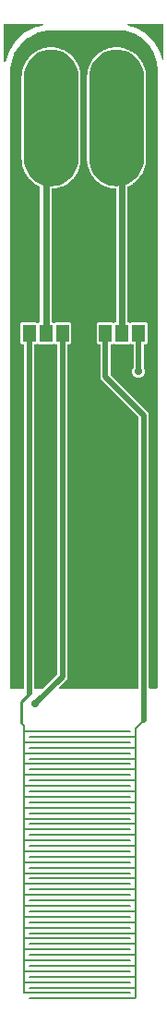
<source format=gbr>
G04 EAGLE Gerber RS-274X export*
G75*
%MOMM*%
%FSLAX34Y34*%
%LPD*%
%INTop Copper*%
%IPPOS*%
%AMOC8*
5,1,8,0,0,1.08239X$1,22.5*%
G01*
%ADD10R,1.168400X1.600200*%
%ADD11R,1.000000X1.000000*%
%ADD12C,0.609600*%
%ADD13C,0.200000*%
%ADD14C,0.508000*%
%ADD15C,0.254000*%
%ADD16C,0.203200*%
%ADD17C,0.711200*%

G36*
X14444Y289255D02*
X14444Y289255D01*
X14469Y289252D01*
X14564Y289275D01*
X14661Y289290D01*
X14682Y289302D01*
X14706Y289308D01*
X14790Y289359D01*
X14876Y289405D01*
X14893Y289423D01*
X14914Y289436D01*
X14976Y289512D01*
X15043Y289584D01*
X15053Y289606D01*
X15069Y289625D01*
X15103Y289716D01*
X15144Y289806D01*
X15146Y289830D01*
X15155Y289853D01*
X15169Y290000D01*
X15169Y604199D01*
X15165Y604223D01*
X15168Y604248D01*
X15146Y604343D01*
X15130Y604440D01*
X15118Y604461D01*
X15112Y604485D01*
X15061Y604569D01*
X15015Y604655D01*
X14997Y604672D01*
X14984Y604693D01*
X14908Y604755D01*
X14837Y604822D01*
X14814Y604832D01*
X14795Y604848D01*
X14704Y604882D01*
X14614Y604923D01*
X14590Y604925D01*
X14567Y604934D01*
X14420Y604948D01*
X13069Y604948D01*
X11867Y606150D01*
X11867Y623850D01*
X13069Y625052D01*
X26451Y625052D01*
X26850Y624653D01*
X26870Y624639D01*
X26886Y624620D01*
X26969Y624568D01*
X27049Y624511D01*
X27072Y624504D01*
X27093Y624491D01*
X27188Y624468D01*
X27282Y624440D01*
X27306Y624441D01*
X27330Y624435D01*
X27428Y624445D01*
X27526Y624448D01*
X27549Y624456D01*
X27573Y624459D01*
X27663Y624499D01*
X27754Y624534D01*
X27773Y624549D01*
X27796Y624559D01*
X27910Y624653D01*
X28309Y625052D01*
X29152Y625052D01*
X29176Y625056D01*
X29201Y625053D01*
X29296Y625075D01*
X29393Y625091D01*
X29414Y625103D01*
X29438Y625109D01*
X29522Y625160D01*
X29608Y625206D01*
X29625Y625224D01*
X29646Y625237D01*
X29708Y625313D01*
X29775Y625384D01*
X29785Y625407D01*
X29801Y625426D01*
X29835Y625517D01*
X29876Y625607D01*
X29878Y625631D01*
X29887Y625654D01*
X29901Y625801D01*
X29901Y749122D01*
X29888Y749203D01*
X29883Y749285D01*
X29868Y749322D01*
X29862Y749362D01*
X29823Y749435D01*
X29792Y749511D01*
X29766Y749542D01*
X29747Y749578D01*
X29687Y749634D01*
X29633Y749696D01*
X29586Y749728D01*
X29569Y749744D01*
X29549Y749753D01*
X29511Y749779D01*
X28807Y750163D01*
X28784Y750171D01*
X28710Y750208D01*
X28095Y750437D01*
X28095Y750438D01*
X28048Y750493D01*
X28023Y750533D01*
X28016Y750538D01*
X28000Y750562D01*
X27965Y750589D01*
X27936Y750623D01*
X27814Y750706D01*
X26319Y751522D01*
X26277Y751537D01*
X26239Y751560D01*
X26163Y751577D01*
X26089Y751603D01*
X26044Y751603D01*
X26001Y751613D01*
X25945Y751610D01*
X25415Y752007D01*
X25394Y752018D01*
X25325Y752065D01*
X24749Y752379D01*
X24749Y752380D01*
X24707Y752446D01*
X24673Y752516D01*
X24642Y752548D01*
X24618Y752586D01*
X24509Y752685D01*
X23146Y753706D01*
X23106Y753727D01*
X23072Y753755D01*
X22999Y753782D01*
X22929Y753819D01*
X22885Y753825D01*
X22844Y753841D01*
X22788Y753846D01*
X22320Y754315D01*
X22300Y754329D01*
X22239Y754385D01*
X21714Y754778D01*
X21714Y754779D01*
X21681Y754850D01*
X21658Y754925D01*
X21631Y754960D01*
X21613Y755001D01*
X21519Y755115D01*
X20315Y756319D01*
X20279Y756345D01*
X20249Y756378D01*
X20181Y756416D01*
X20117Y756462D01*
X20074Y756475D01*
X20035Y756496D01*
X19981Y756509D01*
X19585Y757039D01*
X19567Y757056D01*
X19515Y757120D01*
X19050Y757584D01*
X19050Y757585D01*
X19029Y757660D01*
X19016Y757737D01*
X18995Y757776D01*
X18983Y757819D01*
X18906Y757946D01*
X17885Y759309D01*
X17853Y759340D01*
X17828Y759376D01*
X17766Y759424D01*
X17709Y759478D01*
X17669Y759497D01*
X17634Y759523D01*
X17582Y759544D01*
X17265Y760125D01*
X17250Y760145D01*
X17207Y760215D01*
X16813Y760741D01*
X16814Y760741D01*
X16803Y760819D01*
X16801Y760897D01*
X16786Y760939D01*
X16780Y760983D01*
X16722Y761119D01*
X15906Y762614D01*
X15879Y762649D01*
X15859Y762689D01*
X15804Y762745D01*
X15756Y762806D01*
X15718Y762831D01*
X15687Y762862D01*
X15639Y762890D01*
X15408Y763510D01*
X15396Y763531D01*
X15363Y763607D01*
X15049Y764184D01*
X15049Y764263D01*
X15059Y764340D01*
X15050Y764384D01*
X15050Y764428D01*
X15012Y764571D01*
X14417Y766167D01*
X14395Y766205D01*
X14381Y766248D01*
X14334Y766311D01*
X14296Y766379D01*
X14262Y766408D01*
X14236Y766444D01*
X14192Y766478D01*
X14051Y767125D01*
X14042Y767148D01*
X14021Y767228D01*
X13792Y767843D01*
X13804Y767921D01*
X13824Y767996D01*
X13821Y768041D01*
X13828Y768085D01*
X13811Y768231D01*
X13449Y769896D01*
X13432Y769937D01*
X13425Y769981D01*
X13388Y770050D01*
X13359Y770122D01*
X13330Y770156D01*
X13309Y770195D01*
X13270Y770236D01*
X13223Y770896D01*
X13218Y770920D01*
X13208Y771002D01*
X13068Y771643D01*
X13069Y771644D01*
X13091Y771719D01*
X13122Y771791D01*
X13126Y771835D01*
X13138Y771878D01*
X13142Y772025D01*
X13029Y773612D01*
X13012Y773681D01*
X13006Y773752D01*
X12984Y773799D01*
X12972Y773849D01*
X12949Y773886D01*
X12949Y774700D01*
X12946Y774718D01*
X12947Y774754D01*
X12890Y775555D01*
X12894Y775562D01*
X12910Y775631D01*
X12935Y775697D01*
X12942Y775775D01*
X12948Y775800D01*
X12946Y775815D01*
X12949Y775844D01*
X12949Y849156D01*
X12938Y849226D01*
X12936Y849297D01*
X12918Y849345D01*
X12910Y849396D01*
X12889Y849434D01*
X12947Y850246D01*
X12946Y850264D01*
X12949Y850300D01*
X12949Y851104D01*
X12954Y851110D01*
X12974Y851178D01*
X13004Y851242D01*
X13017Y851319D01*
X13024Y851343D01*
X13024Y851359D01*
X13029Y851388D01*
X13142Y852975D01*
X13138Y853019D01*
X13144Y853063D01*
X13127Y853140D01*
X13120Y853218D01*
X13102Y853258D01*
X13093Y853302D01*
X13067Y853351D01*
X13208Y853998D01*
X13209Y854022D01*
X13223Y854104D01*
X13270Y854759D01*
X13271Y854759D01*
X13313Y854825D01*
X13363Y854885D01*
X13379Y854927D01*
X13403Y854964D01*
X13449Y855104D01*
X13811Y856769D01*
X13813Y856813D01*
X13824Y856856D01*
X13819Y856934D01*
X13823Y857012D01*
X13811Y857055D01*
X13808Y857099D01*
X13790Y857152D01*
X14021Y857772D01*
X14026Y857796D01*
X14051Y857875D01*
X14191Y858516D01*
X14191Y858517D01*
X14243Y858576D01*
X14301Y858628D01*
X14323Y858667D01*
X14352Y858701D01*
X14417Y858833D01*
X15012Y860429D01*
X15021Y860472D01*
X15038Y860513D01*
X15044Y860592D01*
X15059Y860668D01*
X15053Y860712D01*
X15056Y860757D01*
X15046Y860811D01*
X15363Y861393D01*
X15371Y861416D01*
X15408Y861490D01*
X15637Y862105D01*
X15638Y862105D01*
X15697Y862156D01*
X15762Y862200D01*
X15789Y862235D01*
X15823Y862264D01*
X15906Y862386D01*
X16722Y863881D01*
X16737Y863923D01*
X16760Y863961D01*
X16777Y864037D01*
X16803Y864111D01*
X16803Y864156D01*
X16813Y864199D01*
X16810Y864255D01*
X17207Y864785D01*
X17218Y864806D01*
X17265Y864875D01*
X17579Y865451D01*
X17580Y865451D01*
X17646Y865493D01*
X17716Y865527D01*
X17748Y865558D01*
X17786Y865582D01*
X17885Y865691D01*
X18906Y867054D01*
X18927Y867094D01*
X18955Y867128D01*
X18982Y867201D01*
X19019Y867271D01*
X19025Y867315D01*
X19041Y867356D01*
X19046Y867412D01*
X19515Y867880D01*
X19529Y867900D01*
X19585Y867961D01*
X19978Y868486D01*
X19979Y868486D01*
X20050Y868519D01*
X20125Y868542D01*
X20160Y868569D01*
X20201Y868587D01*
X20315Y868681D01*
X21519Y869885D01*
X21545Y869921D01*
X21578Y869951D01*
X21616Y870019D01*
X21662Y870083D01*
X21675Y870126D01*
X21696Y870165D01*
X21709Y870219D01*
X22239Y870615D01*
X22256Y870633D01*
X22320Y870685D01*
X22784Y871150D01*
X22785Y871150D01*
X22860Y871171D01*
X22937Y871184D01*
X22976Y871205D01*
X23019Y871217D01*
X23146Y871294D01*
X24509Y872315D01*
X24516Y872321D01*
X24517Y872322D01*
X24537Y872344D01*
X24540Y872347D01*
X24576Y872372D01*
X24624Y872434D01*
X24678Y872491D01*
X24681Y872498D01*
X24683Y872500D01*
X24699Y872533D01*
X24723Y872566D01*
X24744Y872618D01*
X25325Y872935D01*
X25345Y872950D01*
X25415Y872993D01*
X25941Y873387D01*
X25941Y873386D01*
X26019Y873397D01*
X26097Y873399D01*
X26139Y873414D01*
X26183Y873420D01*
X26319Y873478D01*
X27814Y874294D01*
X27849Y874321D01*
X27889Y874341D01*
X27945Y874396D01*
X28006Y874444D01*
X28031Y874482D01*
X28062Y874513D01*
X28090Y874561D01*
X28710Y874792D01*
X28731Y874804D01*
X28807Y874837D01*
X29384Y875151D01*
X29463Y875151D01*
X29540Y875141D01*
X29584Y875150D01*
X29628Y875150D01*
X29771Y875188D01*
X31367Y875783D01*
X31405Y875805D01*
X31448Y875819D01*
X31510Y875865D01*
X31579Y875904D01*
X31608Y875938D01*
X31644Y875964D01*
X31678Y876008D01*
X32325Y876149D01*
X32348Y876158D01*
X32428Y876179D01*
X33043Y876408D01*
X33121Y876396D01*
X33196Y876376D01*
X33241Y876379D01*
X33285Y876372D01*
X33431Y876389D01*
X35096Y876751D01*
X35137Y876768D01*
X35181Y876775D01*
X35250Y876812D01*
X35322Y876841D01*
X35356Y876870D01*
X35395Y876891D01*
X35436Y876930D01*
X36096Y876977D01*
X36120Y876982D01*
X36202Y876992D01*
X36843Y877132D01*
X36844Y877131D01*
X36919Y877109D01*
X36991Y877078D01*
X37035Y877074D01*
X37078Y877062D01*
X37225Y877058D01*
X38924Y877179D01*
X38967Y877189D01*
X39012Y877191D01*
X39085Y877218D01*
X39161Y877236D01*
X39199Y877260D01*
X39241Y877275D01*
X39286Y877307D01*
X39947Y877260D01*
X39971Y877262D01*
X40053Y877260D01*
X40708Y877307D01*
X40709Y877306D01*
X40780Y877273D01*
X40847Y877232D01*
X40890Y877223D01*
X40930Y877204D01*
X41076Y877179D01*
X42775Y877058D01*
X42819Y877062D01*
X42863Y877056D01*
X42940Y877073D01*
X43018Y877080D01*
X43058Y877098D01*
X43102Y877107D01*
X43151Y877133D01*
X43798Y876992D01*
X43822Y876991D01*
X43904Y876977D01*
X44559Y876930D01*
X44625Y876887D01*
X44685Y876837D01*
X44727Y876821D01*
X44764Y876797D01*
X44904Y876751D01*
X46569Y876389D01*
X46613Y876387D01*
X46656Y876376D01*
X46734Y876381D01*
X46812Y876377D01*
X46855Y876389D01*
X46899Y876392D01*
X46952Y876410D01*
X47572Y876179D01*
X47596Y876174D01*
X47675Y876149D01*
X48317Y876009D01*
X48376Y875957D01*
X48428Y875899D01*
X48467Y875877D01*
X48501Y875848D01*
X48633Y875783D01*
X50229Y875188D01*
X50272Y875179D01*
X50313Y875162D01*
X50392Y875156D01*
X50468Y875141D01*
X50512Y875147D01*
X50557Y875144D01*
X50611Y875154D01*
X51193Y874837D01*
X51216Y874829D01*
X51290Y874792D01*
X51905Y874563D01*
X51905Y874562D01*
X51956Y874503D01*
X52000Y874438D01*
X52035Y874411D01*
X52064Y874377D01*
X52186Y874294D01*
X53681Y873478D01*
X53723Y873463D01*
X53761Y873440D01*
X53837Y873423D01*
X53911Y873397D01*
X53956Y873397D01*
X53999Y873387D01*
X54055Y873390D01*
X54585Y872993D01*
X54606Y872982D01*
X54675Y872935D01*
X55251Y872621D01*
X55251Y872620D01*
X55293Y872554D01*
X55327Y872484D01*
X55357Y872453D01*
X55376Y872423D01*
X55378Y872421D01*
X55382Y872414D01*
X55491Y872315D01*
X56854Y871294D01*
X56894Y871273D01*
X56928Y871245D01*
X57001Y871218D01*
X57071Y871181D01*
X57115Y871175D01*
X57156Y871159D01*
X57212Y871154D01*
X57680Y870685D01*
X57700Y870671D01*
X57761Y870615D01*
X58286Y870222D01*
X58286Y870221D01*
X58319Y870150D01*
X58342Y870075D01*
X58369Y870040D01*
X58387Y869999D01*
X58481Y869885D01*
X59685Y868681D01*
X59721Y868655D01*
X59751Y868622D01*
X59819Y868584D01*
X59883Y868538D01*
X59926Y868526D01*
X59965Y868504D01*
X60019Y868491D01*
X60415Y867961D01*
X60433Y867944D01*
X60443Y867927D01*
X60454Y867919D01*
X60485Y867880D01*
X60950Y867416D01*
X60950Y867415D01*
X60971Y867340D01*
X60984Y867263D01*
X61005Y867224D01*
X61017Y867181D01*
X61094Y867054D01*
X62115Y865691D01*
X62125Y865681D01*
X62126Y865680D01*
X62130Y865676D01*
X62147Y865660D01*
X62172Y865624D01*
X62234Y865576D01*
X62291Y865522D01*
X62331Y865503D01*
X62366Y865477D01*
X62418Y865456D01*
X62735Y864875D01*
X62750Y864855D01*
X62793Y864785D01*
X63187Y864259D01*
X63186Y864259D01*
X63197Y864181D01*
X63199Y864103D01*
X63214Y864061D01*
X63220Y864017D01*
X63278Y863881D01*
X64094Y862386D01*
X64121Y862351D01*
X64141Y862311D01*
X64196Y862255D01*
X64244Y862194D01*
X64282Y862169D01*
X64313Y862138D01*
X64361Y862110D01*
X64592Y861490D01*
X64604Y861469D01*
X64637Y861393D01*
X64951Y860816D01*
X64951Y860737D01*
X64941Y860660D01*
X64950Y860616D01*
X64950Y860572D01*
X64988Y860429D01*
X65583Y858833D01*
X65605Y858795D01*
X65619Y858752D01*
X65665Y858690D01*
X65704Y858621D01*
X65738Y858592D01*
X65764Y858556D01*
X65808Y858522D01*
X65949Y857875D01*
X65958Y857852D01*
X65979Y857772D01*
X66208Y857157D01*
X66196Y857079D01*
X66176Y857004D01*
X66179Y856959D01*
X66172Y856915D01*
X66189Y856769D01*
X66551Y855104D01*
X66568Y855063D01*
X66575Y855019D01*
X66612Y854950D01*
X66641Y854878D01*
X66670Y854844D01*
X66691Y854805D01*
X66730Y854764D01*
X66777Y854104D01*
X66782Y854080D01*
X66792Y853998D01*
X66932Y853357D01*
X66931Y853356D01*
X66909Y853281D01*
X66878Y853209D01*
X66874Y853165D01*
X66862Y853122D01*
X66858Y852975D01*
X66971Y851388D01*
X66988Y851319D01*
X66994Y851248D01*
X67016Y851201D01*
X67028Y851151D01*
X67051Y851114D01*
X67051Y850300D01*
X67054Y850282D01*
X67053Y850246D01*
X67110Y849445D01*
X67106Y849438D01*
X67090Y849369D01*
X67065Y849303D01*
X67058Y849225D01*
X67052Y849200D01*
X67054Y849185D01*
X67051Y849156D01*
X67051Y775844D01*
X67062Y775774D01*
X67064Y775703D01*
X67082Y775655D01*
X67090Y775604D01*
X67111Y775566D01*
X67053Y774754D01*
X67054Y774736D01*
X67051Y774700D01*
X67051Y773896D01*
X67046Y773890D01*
X67026Y773822D01*
X66996Y773758D01*
X66983Y773681D01*
X66976Y773657D01*
X66976Y773641D01*
X66971Y773612D01*
X66858Y772025D01*
X66862Y771981D01*
X66856Y771937D01*
X66873Y771860D01*
X66880Y771782D01*
X66898Y771742D01*
X66907Y771698D01*
X66933Y771649D01*
X66792Y771002D01*
X66791Y770978D01*
X66777Y770896D01*
X66730Y770241D01*
X66687Y770175D01*
X66637Y770115D01*
X66621Y770073D01*
X66597Y770036D01*
X66551Y769896D01*
X66189Y768231D01*
X66187Y768187D01*
X66176Y768144D01*
X66181Y768066D01*
X66177Y767988D01*
X66189Y767945D01*
X66192Y767901D01*
X66210Y767848D01*
X65979Y767228D01*
X65974Y767204D01*
X65949Y767125D01*
X65809Y766483D01*
X65757Y766424D01*
X65699Y766372D01*
X65677Y766333D01*
X65648Y766299D01*
X65583Y766167D01*
X64988Y764571D01*
X64979Y764528D01*
X64962Y764487D01*
X64956Y764408D01*
X64941Y764332D01*
X64947Y764288D01*
X64944Y764243D01*
X64954Y764189D01*
X64637Y763607D01*
X64629Y763584D01*
X64592Y763510D01*
X64363Y762895D01*
X64362Y762895D01*
X64303Y762844D01*
X64238Y762800D01*
X64211Y762765D01*
X64177Y762736D01*
X64094Y762614D01*
X63278Y761119D01*
X63263Y761077D01*
X63240Y761039D01*
X63223Y760963D01*
X63197Y760889D01*
X63197Y760844D01*
X63187Y760801D01*
X63190Y760745D01*
X62793Y760215D01*
X62787Y760204D01*
X62780Y760196D01*
X62773Y760181D01*
X62735Y760125D01*
X62421Y759549D01*
X62420Y759549D01*
X62354Y759507D01*
X62284Y759473D01*
X62252Y759442D01*
X62214Y759418D01*
X62115Y759309D01*
X61094Y757946D01*
X61073Y757906D01*
X61045Y757872D01*
X61018Y757799D01*
X60981Y757729D01*
X60975Y757685D01*
X60959Y757643D01*
X60954Y757588D01*
X60486Y757120D01*
X60471Y757100D01*
X60416Y757039D01*
X60022Y756514D01*
X60021Y756514D01*
X59950Y756481D01*
X59875Y756458D01*
X59840Y756431D01*
X59799Y756413D01*
X59685Y756319D01*
X58481Y755115D01*
X58455Y755079D01*
X58422Y755049D01*
X58384Y754981D01*
X58338Y754917D01*
X58325Y754874D01*
X58304Y754835D01*
X58291Y754781D01*
X57761Y754385D01*
X57758Y754382D01*
X57755Y754380D01*
X57739Y754363D01*
X57680Y754315D01*
X57216Y753850D01*
X57215Y753850D01*
X57140Y753829D01*
X57063Y753816D01*
X57024Y753795D01*
X56981Y753783D01*
X56854Y753706D01*
X55491Y752685D01*
X55460Y752653D01*
X55424Y752628D01*
X55376Y752566D01*
X55322Y752509D01*
X55303Y752469D01*
X55277Y752434D01*
X55256Y752382D01*
X54675Y752065D01*
X54655Y752050D01*
X54585Y752007D01*
X54059Y751613D01*
X54059Y751614D01*
X53981Y751603D01*
X53903Y751601D01*
X53861Y751586D01*
X53817Y751580D01*
X53681Y751522D01*
X52186Y750706D01*
X52151Y750679D01*
X52111Y750659D01*
X52087Y750635D01*
X52085Y750634D01*
X52075Y750623D01*
X52055Y750604D01*
X51994Y750556D01*
X51969Y750518D01*
X51938Y750487D01*
X51922Y750460D01*
X51918Y750456D01*
X51913Y750445D01*
X51910Y750439D01*
X51290Y750208D01*
X51269Y750196D01*
X51193Y750163D01*
X50616Y749849D01*
X50537Y749849D01*
X50460Y749859D01*
X50416Y749850D01*
X50372Y749850D01*
X50229Y749812D01*
X48633Y749217D01*
X48595Y749195D01*
X48552Y749181D01*
X48489Y749134D01*
X48421Y749096D01*
X48392Y749062D01*
X48356Y749036D01*
X48322Y748992D01*
X47675Y748851D01*
X47652Y748842D01*
X47572Y748821D01*
X46957Y748592D01*
X46879Y748604D01*
X46804Y748624D01*
X46759Y748621D01*
X46715Y748628D01*
X46569Y748611D01*
X44904Y748249D01*
X44863Y748232D01*
X44819Y748225D01*
X44750Y748188D01*
X44678Y748159D01*
X44644Y748130D01*
X44605Y748109D01*
X44564Y748070D01*
X43904Y748023D01*
X43880Y748018D01*
X43798Y748008D01*
X43157Y747868D01*
X43156Y747869D01*
X43081Y747891D01*
X43009Y747922D01*
X42965Y747926D01*
X42922Y747938D01*
X42775Y747942D01*
X41076Y747821D01*
X41033Y747811D01*
X40988Y747809D01*
X40915Y747782D01*
X40839Y747764D01*
X40801Y747740D01*
X40759Y747725D01*
X40664Y747658D01*
X40659Y747657D01*
X40612Y747636D01*
X40562Y747625D01*
X40501Y747587D01*
X40436Y747558D01*
X40398Y747523D01*
X40354Y747496D01*
X40309Y747441D01*
X40256Y747392D01*
X40232Y747347D01*
X40199Y747307D01*
X40174Y747241D01*
X40140Y747178D01*
X40131Y747127D01*
X40113Y747079D01*
X40100Y746944D01*
X40099Y746937D01*
X40099Y746935D01*
X40099Y746932D01*
X40099Y625801D01*
X40103Y625777D01*
X40100Y625752D01*
X40122Y625657D01*
X40138Y625560D01*
X40150Y625539D01*
X40156Y625515D01*
X40207Y625431D01*
X40253Y625345D01*
X40271Y625328D01*
X40284Y625307D01*
X40360Y625245D01*
X40431Y625178D01*
X40454Y625168D01*
X40473Y625152D01*
X40564Y625118D01*
X40654Y625077D01*
X40678Y625075D01*
X40701Y625066D01*
X40848Y625052D01*
X41691Y625052D01*
X42090Y624653D01*
X42110Y624639D01*
X42126Y624620D01*
X42209Y624568D01*
X42289Y624511D01*
X42312Y624504D01*
X42333Y624491D01*
X42428Y624468D01*
X42522Y624440D01*
X42546Y624441D01*
X42570Y624435D01*
X42668Y624445D01*
X42766Y624448D01*
X42789Y624456D01*
X42813Y624459D01*
X42903Y624499D01*
X42994Y624534D01*
X43013Y624549D01*
X43036Y624559D01*
X43150Y624653D01*
X43549Y625052D01*
X56931Y625052D01*
X58133Y623850D01*
X58133Y606150D01*
X56931Y604948D01*
X55580Y604948D01*
X55556Y604944D01*
X55531Y604947D01*
X55436Y604925D01*
X55339Y604909D01*
X55318Y604897D01*
X55294Y604891D01*
X55210Y604840D01*
X55124Y604794D01*
X55107Y604776D01*
X55086Y604763D01*
X55024Y604687D01*
X54957Y604616D01*
X54947Y604593D01*
X54931Y604574D01*
X54897Y604483D01*
X54856Y604393D01*
X54854Y604369D01*
X54845Y604346D01*
X54831Y604199D01*
X54831Y298338D01*
X47022Y290530D01*
X46979Y290470D01*
X46929Y290417D01*
X46909Y290372D01*
X46880Y290331D01*
X46859Y290261D01*
X46828Y290194D01*
X46823Y290145D01*
X46809Y290098D01*
X46811Y290025D01*
X46804Y289951D01*
X46815Y289903D01*
X46817Y289854D01*
X46843Y289785D01*
X46859Y289714D01*
X46885Y289672D01*
X46903Y289626D01*
X46949Y289569D01*
X46988Y289506D01*
X47026Y289475D01*
X47057Y289437D01*
X47120Y289398D01*
X47177Y289352D01*
X47223Y289334D01*
X47265Y289308D01*
X47336Y289291D01*
X47405Y289265D01*
X47478Y289258D01*
X47502Y289252D01*
X47519Y289254D01*
X47552Y289251D01*
X119660Y289251D01*
X119684Y289255D01*
X119709Y289252D01*
X119804Y289275D01*
X119901Y289290D01*
X119922Y289302D01*
X119946Y289308D01*
X120030Y289359D01*
X120116Y289405D01*
X120133Y289423D01*
X120154Y289436D01*
X120216Y289512D01*
X120283Y289584D01*
X120293Y289606D01*
X120309Y289625D01*
X120343Y289716D01*
X120384Y289806D01*
X120386Y289830D01*
X120395Y289853D01*
X120409Y290000D01*
X120409Y537788D01*
X120393Y537884D01*
X120384Y537981D01*
X120374Y538004D01*
X120370Y538029D01*
X120324Y538115D01*
X120283Y538204D01*
X120262Y538229D01*
X120255Y538244D01*
X120236Y538261D01*
X120190Y538318D01*
X85169Y573338D01*
X85169Y604199D01*
X85165Y604223D01*
X85168Y604248D01*
X85146Y604343D01*
X85130Y604440D01*
X85118Y604461D01*
X85112Y604485D01*
X85061Y604569D01*
X85015Y604655D01*
X84997Y604672D01*
X84984Y604693D01*
X84908Y604755D01*
X84837Y604822D01*
X84814Y604832D01*
X84795Y604848D01*
X84704Y604882D01*
X84614Y604923D01*
X84590Y604925D01*
X84567Y604934D01*
X84420Y604948D01*
X83069Y604948D01*
X81867Y606150D01*
X81867Y623850D01*
X83069Y625052D01*
X96451Y625052D01*
X96850Y624653D01*
X96870Y624639D01*
X96886Y624620D01*
X96969Y624568D01*
X97049Y624511D01*
X97072Y624504D01*
X97093Y624491D01*
X97188Y624468D01*
X97282Y624440D01*
X97306Y624441D01*
X97330Y624435D01*
X97428Y624445D01*
X97526Y624448D01*
X97549Y624456D01*
X97573Y624459D01*
X97663Y624499D01*
X97754Y624534D01*
X97773Y624549D01*
X97796Y624559D01*
X97910Y624653D01*
X98309Y625052D01*
X99152Y625052D01*
X99176Y625056D01*
X99201Y625053D01*
X99296Y625075D01*
X99393Y625091D01*
X99414Y625103D01*
X99438Y625109D01*
X99522Y625160D01*
X99608Y625206D01*
X99625Y625224D01*
X99646Y625237D01*
X99708Y625313D01*
X99775Y625384D01*
X99785Y625407D01*
X99801Y625426D01*
X99835Y625517D01*
X99876Y625607D01*
X99878Y625631D01*
X99887Y625654D01*
X99901Y625801D01*
X99901Y746932D01*
X99893Y746983D01*
X99894Y747034D01*
X99873Y747102D01*
X99862Y747173D01*
X99837Y747218D01*
X99822Y747267D01*
X99780Y747325D01*
X99747Y747388D01*
X99709Y747423D01*
X99679Y747465D01*
X99621Y747506D01*
X99569Y747555D01*
X99522Y747576D01*
X99480Y747606D01*
X99411Y747626D01*
X99346Y747656D01*
X99333Y747657D01*
X99324Y747663D01*
X99291Y747694D01*
X99220Y747727D01*
X99153Y747768D01*
X99110Y747777D01*
X99070Y747796D01*
X98924Y747821D01*
X97225Y747942D01*
X97181Y747938D01*
X97137Y747944D01*
X97060Y747927D01*
X96982Y747920D01*
X96942Y747902D01*
X96898Y747893D01*
X96849Y747867D01*
X96202Y748008D01*
X96178Y748009D01*
X96096Y748023D01*
X95441Y748070D01*
X95375Y748113D01*
X95315Y748163D01*
X95273Y748179D01*
X95236Y748203D01*
X95096Y748249D01*
X93431Y748611D01*
X93387Y748613D01*
X93344Y748624D01*
X93266Y748619D01*
X93188Y748623D01*
X93145Y748611D01*
X93101Y748608D01*
X93048Y748590D01*
X92428Y748821D01*
X92404Y748826D01*
X92325Y748851D01*
X91683Y748991D01*
X91624Y749043D01*
X91572Y749101D01*
X91533Y749123D01*
X91499Y749152D01*
X91367Y749217D01*
X89771Y749812D01*
X89728Y749821D01*
X89687Y749838D01*
X89608Y749844D01*
X89532Y749859D01*
X89488Y749853D01*
X89443Y749856D01*
X89389Y749846D01*
X88807Y750163D01*
X88784Y750171D01*
X88710Y750208D01*
X88095Y750437D01*
X88095Y750438D01*
X88048Y750493D01*
X88023Y750533D01*
X88016Y750538D01*
X88000Y750562D01*
X87965Y750589D01*
X87936Y750623D01*
X87814Y750706D01*
X86319Y751522D01*
X86277Y751537D01*
X86239Y751560D01*
X86163Y751577D01*
X86089Y751603D01*
X86044Y751603D01*
X86001Y751613D01*
X85945Y751610D01*
X85415Y752007D01*
X85394Y752018D01*
X85325Y752065D01*
X84749Y752379D01*
X84749Y752380D01*
X84707Y752446D01*
X84673Y752516D01*
X84642Y752548D01*
X84618Y752586D01*
X84509Y752685D01*
X83146Y753706D01*
X83106Y753727D01*
X83072Y753755D01*
X82999Y753782D01*
X82929Y753819D01*
X82885Y753825D01*
X82844Y753841D01*
X82788Y753846D01*
X82320Y754315D01*
X82300Y754329D01*
X82239Y754385D01*
X81714Y754778D01*
X81714Y754779D01*
X81681Y754850D01*
X81658Y754925D01*
X81631Y754960D01*
X81613Y755001D01*
X81519Y755115D01*
X80315Y756319D01*
X80279Y756345D01*
X80249Y756378D01*
X80181Y756416D01*
X80117Y756462D01*
X80074Y756474D01*
X80035Y756496D01*
X79981Y756509D01*
X79585Y757039D01*
X79567Y757056D01*
X79515Y757120D01*
X79050Y757584D01*
X79050Y757585D01*
X79029Y757660D01*
X79016Y757737D01*
X78995Y757776D01*
X78983Y757819D01*
X78906Y757946D01*
X77885Y759309D01*
X77853Y759340D01*
X77828Y759376D01*
X77766Y759424D01*
X77709Y759478D01*
X77669Y759497D01*
X77634Y759523D01*
X77582Y759544D01*
X77265Y760125D01*
X77250Y760145D01*
X77207Y760215D01*
X76813Y760741D01*
X76814Y760741D01*
X76803Y760819D01*
X76801Y760897D01*
X76786Y760939D01*
X76780Y760983D01*
X76722Y761119D01*
X75906Y762614D01*
X75879Y762649D01*
X75859Y762689D01*
X75804Y762745D01*
X75756Y762806D01*
X75718Y762831D01*
X75687Y762862D01*
X75639Y762890D01*
X75408Y763510D01*
X75396Y763531D01*
X75363Y763607D01*
X75049Y764184D01*
X75049Y764263D01*
X75059Y764340D01*
X75050Y764384D01*
X75050Y764428D01*
X75012Y764571D01*
X74417Y766167D01*
X74395Y766205D01*
X74381Y766248D01*
X74335Y766310D01*
X74296Y766379D01*
X74262Y766408D01*
X74236Y766444D01*
X74192Y766478D01*
X74051Y767125D01*
X74042Y767148D01*
X74021Y767228D01*
X73792Y767843D01*
X73804Y767921D01*
X73824Y767996D01*
X73821Y768041D01*
X73828Y768085D01*
X73811Y768231D01*
X73449Y769896D01*
X73432Y769937D01*
X73425Y769981D01*
X73388Y770050D01*
X73359Y770122D01*
X73330Y770156D01*
X73309Y770195D01*
X73270Y770236D01*
X73223Y770896D01*
X73218Y770920D01*
X73208Y771002D01*
X73068Y771643D01*
X73069Y771644D01*
X73091Y771719D01*
X73122Y771791D01*
X73126Y771835D01*
X73138Y771878D01*
X73142Y772025D01*
X73029Y773612D01*
X73012Y773681D01*
X73006Y773752D01*
X72984Y773799D01*
X72972Y773849D01*
X72949Y773886D01*
X72949Y774700D01*
X72946Y774718D01*
X72947Y774754D01*
X72890Y775555D01*
X72894Y775562D01*
X72910Y775631D01*
X72935Y775697D01*
X72942Y775775D01*
X72948Y775800D01*
X72946Y775815D01*
X72949Y775844D01*
X72949Y849156D01*
X72938Y849226D01*
X72936Y849297D01*
X72918Y849345D01*
X72910Y849396D01*
X72889Y849434D01*
X72947Y850246D01*
X72946Y850264D01*
X72949Y850300D01*
X72949Y851104D01*
X72954Y851110D01*
X72974Y851178D01*
X73004Y851242D01*
X73017Y851320D01*
X73024Y851343D01*
X73024Y851359D01*
X73029Y851388D01*
X73142Y852975D01*
X73138Y853019D01*
X73144Y853063D01*
X73127Y853140D01*
X73120Y853218D01*
X73102Y853258D01*
X73093Y853302D01*
X73067Y853351D01*
X73208Y853998D01*
X73209Y854022D01*
X73223Y854104D01*
X73270Y854759D01*
X73271Y854759D01*
X73313Y854825D01*
X73363Y854885D01*
X73379Y854927D01*
X73403Y854964D01*
X73449Y855104D01*
X73811Y856769D01*
X73813Y856813D01*
X73824Y856856D01*
X73819Y856934D01*
X73823Y857012D01*
X73811Y857055D01*
X73808Y857099D01*
X73790Y857152D01*
X74021Y857772D01*
X74026Y857796D01*
X74051Y857875D01*
X74191Y858516D01*
X74191Y858517D01*
X74243Y858576D01*
X74301Y858628D01*
X74323Y858667D01*
X74352Y858701D01*
X74417Y858833D01*
X75012Y860429D01*
X75021Y860472D01*
X75038Y860513D01*
X75044Y860592D01*
X75059Y860668D01*
X75053Y860712D01*
X75056Y860757D01*
X75046Y860811D01*
X75363Y861393D01*
X75371Y861416D01*
X75408Y861490D01*
X75637Y862105D01*
X75638Y862105D01*
X75697Y862156D01*
X75762Y862200D01*
X75789Y862235D01*
X75823Y862264D01*
X75906Y862386D01*
X76722Y863881D01*
X76737Y863923D01*
X76760Y863961D01*
X76777Y864037D01*
X76803Y864111D01*
X76803Y864156D01*
X76813Y864199D01*
X76810Y864255D01*
X77207Y864785D01*
X77218Y864806D01*
X77265Y864875D01*
X77579Y865451D01*
X77580Y865451D01*
X77646Y865493D01*
X77716Y865527D01*
X77748Y865558D01*
X77786Y865582D01*
X77885Y865691D01*
X78906Y867054D01*
X78927Y867094D01*
X78955Y867128D01*
X78982Y867201D01*
X79019Y867271D01*
X79025Y867315D01*
X79041Y867356D01*
X79046Y867412D01*
X79515Y867880D01*
X79529Y867900D01*
X79585Y867961D01*
X79978Y868486D01*
X79979Y868486D01*
X80050Y868519D01*
X80125Y868542D01*
X80160Y868569D01*
X80201Y868587D01*
X80315Y868681D01*
X81519Y869885D01*
X81545Y869921D01*
X81578Y869951D01*
X81616Y870019D01*
X81662Y870083D01*
X81675Y870126D01*
X81696Y870165D01*
X81709Y870219D01*
X82239Y870615D01*
X82256Y870633D01*
X82320Y870685D01*
X82784Y871150D01*
X82785Y871150D01*
X82860Y871171D01*
X82937Y871184D01*
X82976Y871205D01*
X83019Y871217D01*
X83146Y871294D01*
X84509Y872315D01*
X84516Y872321D01*
X84517Y872322D01*
X84537Y872344D01*
X84540Y872347D01*
X84576Y872372D01*
X84624Y872434D01*
X84678Y872491D01*
X84681Y872498D01*
X84683Y872500D01*
X84699Y872533D01*
X84723Y872566D01*
X84744Y872618D01*
X85325Y872935D01*
X85345Y872950D01*
X85415Y872993D01*
X85941Y873387D01*
X85941Y873386D01*
X86019Y873397D01*
X86097Y873399D01*
X86139Y873414D01*
X86183Y873420D01*
X86319Y873478D01*
X87814Y874294D01*
X87849Y874321D01*
X87889Y874341D01*
X87945Y874396D01*
X88006Y874444D01*
X88031Y874482D01*
X88062Y874513D01*
X88090Y874561D01*
X88710Y874792D01*
X88731Y874804D01*
X88807Y874837D01*
X89384Y875151D01*
X89463Y875151D01*
X89540Y875141D01*
X89584Y875150D01*
X89628Y875150D01*
X89771Y875188D01*
X91367Y875783D01*
X91405Y875805D01*
X91448Y875819D01*
X91511Y875866D01*
X91579Y875904D01*
X91608Y875938D01*
X91644Y875964D01*
X91678Y876008D01*
X92325Y876149D01*
X92348Y876158D01*
X92428Y876179D01*
X93043Y876408D01*
X93121Y876396D01*
X93196Y876376D01*
X93241Y876379D01*
X93285Y876372D01*
X93431Y876389D01*
X95096Y876751D01*
X95137Y876768D01*
X95181Y876775D01*
X95250Y876812D01*
X95322Y876841D01*
X95356Y876870D01*
X95395Y876891D01*
X95436Y876930D01*
X96096Y876977D01*
X96120Y876982D01*
X96202Y876992D01*
X96843Y877132D01*
X96844Y877131D01*
X96919Y877109D01*
X96991Y877078D01*
X97035Y877074D01*
X97078Y877062D01*
X97225Y877058D01*
X98924Y877179D01*
X98967Y877189D01*
X99012Y877191D01*
X99085Y877218D01*
X99161Y877236D01*
X99199Y877260D01*
X99241Y877275D01*
X99286Y877307D01*
X99947Y877260D01*
X99971Y877262D01*
X100053Y877260D01*
X100708Y877307D01*
X100709Y877306D01*
X100780Y877273D01*
X100847Y877232D01*
X100890Y877223D01*
X100930Y877204D01*
X101076Y877179D01*
X102775Y877058D01*
X102819Y877062D01*
X102863Y877056D01*
X102940Y877073D01*
X103018Y877080D01*
X103058Y877098D01*
X103102Y877107D01*
X103151Y877133D01*
X103798Y876992D01*
X103822Y876991D01*
X103904Y876977D01*
X104559Y876930D01*
X104559Y876929D01*
X104625Y876887D01*
X104685Y876837D01*
X104727Y876821D01*
X104764Y876797D01*
X104904Y876751D01*
X106569Y876389D01*
X106613Y876387D01*
X106656Y876376D01*
X106734Y876381D01*
X106812Y876377D01*
X106855Y876389D01*
X106899Y876392D01*
X106952Y876410D01*
X107572Y876179D01*
X107596Y876174D01*
X107675Y876149D01*
X108316Y876009D01*
X108317Y876009D01*
X108376Y875957D01*
X108428Y875899D01*
X108467Y875877D01*
X108501Y875848D01*
X108633Y875783D01*
X110229Y875188D01*
X110272Y875179D01*
X110313Y875162D01*
X110392Y875156D01*
X110468Y875141D01*
X110512Y875147D01*
X110557Y875144D01*
X110611Y875154D01*
X111193Y874837D01*
X111216Y874829D01*
X111290Y874792D01*
X111905Y874563D01*
X111905Y874562D01*
X111956Y874503D01*
X112000Y874438D01*
X112035Y874411D01*
X112064Y874377D01*
X112186Y874294D01*
X113681Y873478D01*
X113723Y873463D01*
X113761Y873440D01*
X113837Y873423D01*
X113911Y873397D01*
X113956Y873397D01*
X113999Y873387D01*
X114055Y873390D01*
X114585Y872993D01*
X114606Y872982D01*
X114675Y872935D01*
X115251Y872621D01*
X115251Y872620D01*
X115293Y872554D01*
X115327Y872484D01*
X115357Y872453D01*
X115376Y872423D01*
X115378Y872421D01*
X115382Y872414D01*
X115491Y872315D01*
X116854Y871294D01*
X116894Y871273D01*
X116928Y871245D01*
X117001Y871218D01*
X117071Y871181D01*
X117115Y871175D01*
X117156Y871159D01*
X117212Y871154D01*
X117680Y870685D01*
X117700Y870671D01*
X117761Y870615D01*
X118286Y870222D01*
X118286Y870221D01*
X118319Y870150D01*
X118342Y870075D01*
X118369Y870040D01*
X118387Y869999D01*
X118481Y869885D01*
X119685Y868681D01*
X119721Y868655D01*
X119751Y868622D01*
X119819Y868584D01*
X119883Y868538D01*
X119926Y868525D01*
X119965Y868504D01*
X120019Y868491D01*
X120415Y867961D01*
X120433Y867944D01*
X120443Y867927D01*
X120454Y867919D01*
X120485Y867880D01*
X120950Y867416D01*
X120950Y867415D01*
X120971Y867340D01*
X120984Y867263D01*
X121005Y867224D01*
X121017Y867181D01*
X121094Y867054D01*
X122115Y865691D01*
X122125Y865681D01*
X122126Y865680D01*
X122130Y865676D01*
X122147Y865660D01*
X122172Y865624D01*
X122234Y865576D01*
X122291Y865522D01*
X122331Y865503D01*
X122366Y865477D01*
X122418Y865456D01*
X122735Y864875D01*
X122750Y864855D01*
X122793Y864785D01*
X123187Y864259D01*
X123186Y864259D01*
X123197Y864181D01*
X123199Y864103D01*
X123214Y864061D01*
X123220Y864017D01*
X123278Y863881D01*
X124094Y862386D01*
X124121Y862351D01*
X124141Y862311D01*
X124196Y862255D01*
X124244Y862194D01*
X124282Y862169D01*
X124313Y862138D01*
X124361Y862110D01*
X124592Y861490D01*
X124604Y861469D01*
X124637Y861393D01*
X124951Y860816D01*
X124951Y860737D01*
X124941Y860660D01*
X124950Y860616D01*
X124950Y860572D01*
X124988Y860429D01*
X125583Y858833D01*
X125605Y858795D01*
X125619Y858752D01*
X125665Y858690D01*
X125704Y858621D01*
X125738Y858592D01*
X125764Y858556D01*
X125808Y858522D01*
X125949Y857875D01*
X125958Y857852D01*
X125979Y857772D01*
X126208Y857157D01*
X126196Y857079D01*
X126176Y857004D01*
X126179Y856959D01*
X126172Y856915D01*
X126189Y856769D01*
X126551Y855104D01*
X126568Y855063D01*
X126575Y855019D01*
X126612Y854950D01*
X126641Y854878D01*
X126670Y854844D01*
X126691Y854805D01*
X126730Y854764D01*
X126777Y854104D01*
X126782Y854080D01*
X126792Y853998D01*
X126932Y853357D01*
X126931Y853356D01*
X126909Y853281D01*
X126878Y853209D01*
X126874Y853165D01*
X126862Y853122D01*
X126858Y852975D01*
X126971Y851388D01*
X126988Y851319D01*
X126994Y851248D01*
X127016Y851201D01*
X127028Y851151D01*
X127051Y851114D01*
X127051Y850300D01*
X127054Y850282D01*
X127053Y850246D01*
X127110Y849445D01*
X127106Y849438D01*
X127090Y849369D01*
X127065Y849303D01*
X127058Y849225D01*
X127052Y849200D01*
X127054Y849185D01*
X127051Y849156D01*
X127051Y775844D01*
X127062Y775774D01*
X127064Y775703D01*
X127082Y775655D01*
X127090Y775604D01*
X127111Y775566D01*
X127053Y774754D01*
X127054Y774736D01*
X127051Y774700D01*
X127051Y773896D01*
X127046Y773890D01*
X127026Y773822D01*
X126996Y773758D01*
X126983Y773681D01*
X126976Y773657D01*
X126976Y773641D01*
X126971Y773612D01*
X126858Y772025D01*
X126862Y771981D01*
X126856Y771937D01*
X126873Y771860D01*
X126880Y771782D01*
X126898Y771742D01*
X126907Y771698D01*
X126933Y771649D01*
X126792Y771002D01*
X126791Y770978D01*
X126777Y770896D01*
X126730Y770241D01*
X126729Y770241D01*
X126687Y770175D01*
X126637Y770115D01*
X126621Y770073D01*
X126597Y770036D01*
X126551Y769896D01*
X126189Y768231D01*
X126187Y768187D01*
X126176Y768144D01*
X126181Y768066D01*
X126177Y767988D01*
X126189Y767945D01*
X126192Y767901D01*
X126210Y767848D01*
X125979Y767228D01*
X125974Y767204D01*
X125949Y767125D01*
X125809Y766483D01*
X125757Y766424D01*
X125699Y766372D01*
X125677Y766333D01*
X125648Y766299D01*
X125583Y766167D01*
X124988Y764571D01*
X124979Y764528D01*
X124962Y764487D01*
X124956Y764408D01*
X124941Y764332D01*
X124947Y764288D01*
X124944Y764243D01*
X124954Y764189D01*
X124637Y763607D01*
X124629Y763584D01*
X124592Y763510D01*
X124363Y762895D01*
X124362Y762895D01*
X124303Y762844D01*
X124238Y762800D01*
X124211Y762765D01*
X124177Y762736D01*
X124094Y762614D01*
X123278Y761119D01*
X123263Y761077D01*
X123240Y761039D01*
X123223Y760963D01*
X123197Y760889D01*
X123197Y760844D01*
X123187Y760801D01*
X123190Y760745D01*
X122793Y760215D01*
X122787Y760204D01*
X122780Y760196D01*
X122773Y760181D01*
X122735Y760125D01*
X122421Y759549D01*
X122420Y759549D01*
X122354Y759507D01*
X122284Y759473D01*
X122252Y759442D01*
X122214Y759418D01*
X122115Y759309D01*
X121094Y757946D01*
X121073Y757906D01*
X121045Y757872D01*
X121018Y757798D01*
X120981Y757729D01*
X120975Y757685D01*
X120959Y757644D01*
X120954Y757588D01*
X120485Y757120D01*
X120471Y757100D01*
X120415Y757039D01*
X120022Y756514D01*
X120021Y756514D01*
X119950Y756481D01*
X119875Y756458D01*
X119840Y756431D01*
X119799Y756413D01*
X119685Y756319D01*
X118481Y755115D01*
X118455Y755079D01*
X118422Y755049D01*
X118384Y754981D01*
X118338Y754917D01*
X118326Y754874D01*
X118304Y754835D01*
X118291Y754781D01*
X117761Y754385D01*
X117758Y754382D01*
X117755Y754380D01*
X117739Y754363D01*
X117680Y754315D01*
X117216Y753850D01*
X117215Y753850D01*
X117140Y753829D01*
X117063Y753816D01*
X117024Y753795D01*
X116981Y753783D01*
X116854Y753706D01*
X115491Y752685D01*
X115460Y752653D01*
X115424Y752628D01*
X115376Y752566D01*
X115322Y752509D01*
X115303Y752469D01*
X115277Y752434D01*
X115256Y752382D01*
X114675Y752065D01*
X114655Y752050D01*
X114585Y752007D01*
X114059Y751613D01*
X114059Y751614D01*
X113981Y751603D01*
X113903Y751601D01*
X113861Y751586D01*
X113817Y751580D01*
X113681Y751522D01*
X112186Y750706D01*
X112151Y750679D01*
X112111Y750659D01*
X112087Y750635D01*
X112085Y750634D01*
X112075Y750623D01*
X112055Y750604D01*
X111994Y750556D01*
X111969Y750518D01*
X111938Y750487D01*
X111922Y750460D01*
X111918Y750456D01*
X111913Y750445D01*
X111910Y750439D01*
X111290Y750208D01*
X111268Y750196D01*
X111193Y750163D01*
X110489Y749779D01*
X110424Y749729D01*
X110354Y749685D01*
X110329Y749654D01*
X110297Y749629D01*
X110252Y749560D01*
X110199Y749497D01*
X110185Y749459D01*
X110163Y749425D01*
X110142Y749345D01*
X110113Y749269D01*
X110108Y749211D01*
X110102Y749189D01*
X110103Y749168D01*
X110099Y749122D01*
X110099Y625801D01*
X110103Y625777D01*
X110100Y625752D01*
X110122Y625657D01*
X110138Y625560D01*
X110150Y625539D01*
X110156Y625515D01*
X110207Y625431D01*
X110253Y625345D01*
X110271Y625328D01*
X110284Y625307D01*
X110360Y625245D01*
X110431Y625178D01*
X110454Y625168D01*
X110473Y625152D01*
X110564Y625118D01*
X110654Y625077D01*
X110678Y625075D01*
X110701Y625066D01*
X110848Y625052D01*
X111691Y625052D01*
X112090Y624653D01*
X112110Y624639D01*
X112126Y624620D01*
X112209Y624568D01*
X112289Y624511D01*
X112312Y624504D01*
X112333Y624491D01*
X112428Y624468D01*
X112522Y624440D01*
X112546Y624441D01*
X112570Y624435D01*
X112668Y624445D01*
X112766Y624448D01*
X112789Y624456D01*
X112813Y624459D01*
X112903Y624499D01*
X112994Y624534D01*
X113013Y624549D01*
X113036Y624559D01*
X113150Y624653D01*
X113549Y625052D01*
X126931Y625052D01*
X128133Y623850D01*
X128133Y606150D01*
X126931Y604948D01*
X125580Y604948D01*
X125556Y604944D01*
X125531Y604947D01*
X125436Y604925D01*
X125339Y604909D01*
X125318Y604897D01*
X125294Y604891D01*
X125210Y604840D01*
X125124Y604794D01*
X125107Y604776D01*
X125086Y604763D01*
X125024Y604687D01*
X124957Y604616D01*
X124947Y604593D01*
X124931Y604574D01*
X124897Y604483D01*
X124856Y604393D01*
X124854Y604369D01*
X124845Y604346D01*
X124831Y604199D01*
X124831Y583138D01*
X124843Y583065D01*
X124845Y582992D01*
X124866Y582922D01*
X124870Y582897D01*
X124878Y582882D01*
X124888Y582851D01*
X125607Y581115D01*
X125607Y578885D01*
X124753Y576824D01*
X123176Y575247D01*
X121115Y574393D01*
X118885Y574393D01*
X116824Y575247D01*
X115247Y576824D01*
X114393Y578885D01*
X114393Y581115D01*
X115247Y583176D01*
X115430Y583359D01*
X115487Y583438D01*
X115549Y583514D01*
X115557Y583537D01*
X115572Y583557D01*
X115600Y583651D01*
X115635Y583742D01*
X115638Y583775D01*
X115643Y583791D01*
X115642Y583816D01*
X115649Y583889D01*
X115649Y604199D01*
X115645Y604223D01*
X115648Y604248D01*
X115626Y604343D01*
X115610Y604440D01*
X115598Y604461D01*
X115592Y604485D01*
X115541Y604569D01*
X115495Y604655D01*
X115477Y604672D01*
X115464Y604693D01*
X115388Y604755D01*
X115317Y604822D01*
X115294Y604832D01*
X115275Y604848D01*
X115184Y604882D01*
X115094Y604923D01*
X115070Y604925D01*
X115047Y604934D01*
X114900Y604948D01*
X113549Y604948D01*
X113150Y605347D01*
X113130Y605361D01*
X113114Y605380D01*
X113031Y605432D01*
X112951Y605489D01*
X112928Y605496D01*
X112907Y605509D01*
X112812Y605532D01*
X112718Y605560D01*
X112693Y605559D01*
X112670Y605565D01*
X112572Y605555D01*
X112474Y605552D01*
X112451Y605544D01*
X112427Y605541D01*
X112337Y605501D01*
X112246Y605466D01*
X112227Y605451D01*
X112204Y605441D01*
X112090Y605347D01*
X111691Y604948D01*
X98309Y604948D01*
X97910Y605347D01*
X97890Y605361D01*
X97874Y605380D01*
X97791Y605432D01*
X97711Y605489D01*
X97688Y605496D01*
X97667Y605509D01*
X97572Y605532D01*
X97478Y605560D01*
X97453Y605559D01*
X97430Y605565D01*
X97332Y605555D01*
X97234Y605552D01*
X97211Y605544D01*
X97187Y605541D01*
X97097Y605501D01*
X97006Y605466D01*
X96987Y605451D01*
X96964Y605441D01*
X96850Y605347D01*
X96451Y604948D01*
X95100Y604948D01*
X95076Y604944D01*
X95051Y604947D01*
X94956Y604925D01*
X94859Y604909D01*
X94838Y604897D01*
X94814Y604891D01*
X94730Y604840D01*
X94644Y604794D01*
X94627Y604776D01*
X94606Y604763D01*
X94544Y604687D01*
X94477Y604616D01*
X94467Y604593D01*
X94451Y604574D01*
X94417Y604483D01*
X94376Y604393D01*
X94374Y604369D01*
X94365Y604346D01*
X94351Y604199D01*
X94351Y577452D01*
X94367Y577356D01*
X94376Y577259D01*
X94386Y577236D01*
X94390Y577211D01*
X94436Y577125D01*
X94477Y577036D01*
X94498Y577011D01*
X94505Y576996D01*
X94524Y576979D01*
X94570Y576922D01*
X129591Y541902D01*
X129591Y290000D01*
X129595Y289976D01*
X129592Y289951D01*
X129614Y289856D01*
X129630Y289759D01*
X129642Y289738D01*
X129648Y289714D01*
X129699Y289630D01*
X129745Y289544D01*
X129763Y289527D01*
X129776Y289506D01*
X129852Y289444D01*
X129923Y289377D01*
X129946Y289367D01*
X129965Y289352D01*
X130056Y289317D01*
X130146Y289276D01*
X130170Y289274D01*
X130193Y289265D01*
X130340Y289251D01*
X136710Y289251D01*
X136734Y289255D01*
X136759Y289252D01*
X136854Y289275D01*
X136951Y289290D01*
X136972Y289302D01*
X136996Y289308D01*
X137080Y289359D01*
X137166Y289405D01*
X137183Y289423D01*
X137204Y289436D01*
X137266Y289512D01*
X137333Y289584D01*
X137343Y289606D01*
X137359Y289625D01*
X137393Y289716D01*
X137434Y289806D01*
X137436Y289830D01*
X137445Y289853D01*
X137459Y290000D01*
X137459Y858000D01*
X137457Y858016D01*
X137458Y858049D01*
X137165Y862514D01*
X137165Y862516D01*
X137141Y862659D01*
X134830Y871286D01*
X134820Y871308D01*
X134816Y871332D01*
X134755Y871466D01*
X130290Y879200D01*
X130274Y879219D01*
X130264Y879241D01*
X130170Y879356D01*
X123856Y885670D01*
X123836Y885685D01*
X123820Y885703D01*
X123700Y885790D01*
X115966Y890255D01*
X115943Y890263D01*
X115924Y890278D01*
X115786Y890330D01*
X107159Y892641D01*
X107158Y892641D01*
X107014Y892665D01*
X102549Y892958D01*
X102533Y892956D01*
X102500Y892959D01*
X43775Y892959D01*
X43695Y892946D01*
X43615Y892942D01*
X43576Y892926D01*
X43534Y892920D01*
X43515Y892910D01*
X42459Y892958D01*
X42447Y892957D01*
X42424Y892959D01*
X42167Y892959D01*
X42162Y892958D01*
X42153Y892959D01*
X37445Y892868D01*
X37444Y892868D01*
X37300Y892851D01*
X27768Y890763D01*
X27745Y890754D01*
X27721Y890751D01*
X27584Y890696D01*
X18918Y886212D01*
X18898Y886198D01*
X18876Y886189D01*
X18757Y886100D01*
X11547Y879526D01*
X11532Y879507D01*
X11512Y879493D01*
X11421Y879377D01*
X6157Y871160D01*
X6148Y871138D01*
X6133Y871119D01*
X6074Y870983D01*
X3117Y861684D01*
X3117Y861683D01*
X3086Y861541D01*
X2545Y856713D01*
X2547Y856689D01*
X2541Y856629D01*
X2541Y290000D01*
X2545Y289976D01*
X2542Y289951D01*
X2564Y289856D01*
X2580Y289759D01*
X2592Y289738D01*
X2598Y289714D01*
X2649Y289630D01*
X2695Y289544D01*
X2713Y289527D01*
X2726Y289506D01*
X2802Y289444D01*
X2873Y289377D01*
X2896Y289367D01*
X2915Y289352D01*
X3006Y289317D01*
X3096Y289276D01*
X3120Y289274D01*
X3143Y289265D01*
X3290Y289251D01*
X14420Y289251D01*
X14444Y289255D01*
G37*
G36*
X32544Y289267D02*
X32544Y289267D01*
X32641Y289276D01*
X32664Y289286D01*
X32689Y289290D01*
X32775Y289336D01*
X32864Y289377D01*
X32889Y289398D01*
X32904Y289405D01*
X32921Y289424D01*
X32978Y289470D01*
X45430Y301922D01*
X45487Y302001D01*
X45549Y302077D01*
X45557Y302100D01*
X45572Y302120D01*
X45600Y302214D01*
X45635Y302305D01*
X45638Y302338D01*
X45643Y302354D01*
X45642Y302379D01*
X45649Y302452D01*
X45649Y604199D01*
X45645Y604223D01*
X45648Y604248D01*
X45626Y604343D01*
X45610Y604440D01*
X45598Y604461D01*
X45592Y604485D01*
X45541Y604569D01*
X45495Y604655D01*
X45477Y604672D01*
X45464Y604693D01*
X45388Y604755D01*
X45317Y604822D01*
X45294Y604832D01*
X45275Y604848D01*
X45184Y604882D01*
X45094Y604923D01*
X45070Y604925D01*
X45047Y604934D01*
X44900Y604948D01*
X43549Y604948D01*
X43150Y605347D01*
X43130Y605361D01*
X43114Y605380D01*
X43031Y605432D01*
X42951Y605489D01*
X42928Y605496D01*
X42907Y605509D01*
X42812Y605532D01*
X42718Y605560D01*
X42693Y605559D01*
X42670Y605565D01*
X42572Y605555D01*
X42474Y605552D01*
X42451Y605544D01*
X42427Y605541D01*
X42337Y605501D01*
X42246Y605466D01*
X42227Y605451D01*
X42204Y605441D01*
X42090Y605347D01*
X41691Y604948D01*
X28309Y604948D01*
X27910Y605347D01*
X27890Y605361D01*
X27874Y605380D01*
X27791Y605432D01*
X27711Y605489D01*
X27688Y605496D01*
X27667Y605509D01*
X27572Y605532D01*
X27478Y605560D01*
X27453Y605559D01*
X27430Y605565D01*
X27332Y605555D01*
X27234Y605552D01*
X27211Y605544D01*
X27187Y605541D01*
X27097Y605501D01*
X27006Y605466D01*
X26987Y605451D01*
X26964Y605441D01*
X26850Y605347D01*
X26451Y604948D01*
X25100Y604948D01*
X25076Y604944D01*
X25051Y604947D01*
X24956Y604925D01*
X24859Y604909D01*
X24838Y604897D01*
X24814Y604891D01*
X24730Y604840D01*
X24644Y604794D01*
X24627Y604776D01*
X24606Y604763D01*
X24544Y604687D01*
X24477Y604616D01*
X24467Y604593D01*
X24451Y604574D01*
X24417Y604483D01*
X24376Y604393D01*
X24374Y604369D01*
X24365Y604346D01*
X24351Y604199D01*
X24351Y290000D01*
X24355Y289976D01*
X24352Y289951D01*
X24374Y289856D01*
X24390Y289759D01*
X24402Y289738D01*
X24408Y289714D01*
X24459Y289630D01*
X24505Y289544D01*
X24523Y289527D01*
X24536Y289506D01*
X24612Y289444D01*
X24683Y289377D01*
X24706Y289367D01*
X24725Y289352D01*
X24816Y289317D01*
X24906Y289276D01*
X24930Y289274D01*
X24953Y289265D01*
X25100Y289251D01*
X32448Y289251D01*
X32544Y289267D01*
G37*
G36*
X103558Y750050D02*
X103558Y750050D01*
X103559Y750050D01*
X107044Y750808D01*
X107045Y750808D01*
X110387Y752055D01*
X110388Y752055D01*
X113518Y753764D01*
X113519Y753765D01*
X116375Y755902D01*
X116375Y755903D01*
X118897Y758425D01*
X118898Y758425D01*
X121035Y761281D01*
X121035Y761282D01*
X121036Y761282D01*
X122745Y764412D01*
X122745Y764413D01*
X123992Y767755D01*
X123992Y767756D01*
X124750Y771241D01*
X124750Y771242D01*
X124751Y771242D01*
X124753Y771274D01*
X124754Y771289D01*
X124756Y771314D01*
X124757Y771329D01*
X124760Y771369D01*
X124762Y771408D01*
X124765Y771448D01*
X124768Y771488D01*
X124771Y771528D01*
X124772Y771543D01*
X124775Y771582D01*
X124778Y771622D01*
X124781Y771662D01*
X124783Y771702D01*
X124786Y771741D01*
X124787Y771756D01*
X124790Y771796D01*
X124793Y771836D01*
X124796Y771875D01*
X124796Y771876D01*
X124799Y771915D01*
X124802Y771955D01*
X124803Y771970D01*
X124805Y772010D01*
X124808Y772049D01*
X124811Y772089D01*
X124814Y772129D01*
X124817Y772169D01*
X124818Y772184D01*
X124821Y772223D01*
X124824Y772263D01*
X124826Y772303D01*
X124829Y772343D01*
X124832Y772382D01*
X124833Y772397D01*
X124836Y772437D01*
X124839Y772477D01*
X124842Y772516D01*
X124842Y772517D01*
X124845Y772556D01*
X124847Y772596D01*
X124848Y772611D01*
X124851Y772651D01*
X124854Y772690D01*
X124857Y772730D01*
X124860Y772770D01*
X124863Y772810D01*
X124864Y772825D01*
X124867Y772864D01*
X124869Y772904D01*
X124872Y772944D01*
X124875Y772984D01*
X124878Y773023D01*
X124879Y773038D01*
X124882Y773078D01*
X124885Y773118D01*
X124888Y773157D01*
X124890Y773197D01*
X124893Y773237D01*
X124894Y773252D01*
X124897Y773292D01*
X124900Y773331D01*
X124903Y773371D01*
X124906Y773411D01*
X124908Y773451D01*
X124909Y773451D01*
X124908Y773451D01*
X124910Y773466D01*
X124912Y773505D01*
X124915Y773545D01*
X124918Y773585D01*
X124921Y773624D01*
X124921Y773625D01*
X124924Y773664D01*
X124925Y773679D01*
X124928Y773719D01*
X124931Y773759D01*
X124933Y773798D01*
X124936Y773838D01*
X124939Y773878D01*
X124940Y773893D01*
X124943Y773933D01*
X124946Y773972D01*
X124949Y774012D01*
X124951Y774052D01*
X124952Y774052D01*
X124951Y774052D01*
X124954Y774092D01*
X124955Y774106D01*
X124955Y774107D01*
X124958Y774146D01*
X124961Y774186D01*
X124964Y774226D01*
X124967Y774265D01*
X124967Y774266D01*
X124970Y774305D01*
X124971Y774320D01*
X124974Y774360D01*
X124976Y774400D01*
X124979Y774439D01*
X124982Y774479D01*
X124985Y774519D01*
X124986Y774534D01*
X124989Y774574D01*
X124992Y774613D01*
X124994Y774653D01*
X124995Y774653D01*
X124994Y774653D01*
X124997Y774693D01*
X125000Y774733D01*
X125001Y774747D01*
X125004Y774787D01*
X125005Y774800D01*
X125005Y850200D01*
X124751Y853758D01*
X124750Y853759D01*
X123992Y857244D01*
X123992Y857245D01*
X122745Y860587D01*
X122745Y860588D01*
X121036Y863718D01*
X121035Y863719D01*
X118898Y866575D01*
X118897Y866575D01*
X116375Y869097D01*
X116375Y869098D01*
X113519Y871235D01*
X113518Y871236D01*
X110388Y872945D01*
X110387Y872945D01*
X107045Y874192D01*
X107044Y874192D01*
X103559Y874950D01*
X103558Y874950D01*
X103558Y874951D01*
X103525Y874953D01*
X103456Y874958D01*
X103386Y874963D01*
X103317Y874968D01*
X103247Y874973D01*
X103178Y874978D01*
X103108Y874983D01*
X103039Y874988D01*
X102969Y874993D01*
X102900Y874998D01*
X102830Y875003D01*
X102761Y875008D01*
X102691Y875013D01*
X102622Y875017D01*
X102553Y875022D01*
X102552Y875022D01*
X102483Y875027D01*
X102414Y875032D01*
X102413Y875032D01*
X102344Y875037D01*
X102275Y875042D01*
X102205Y875047D01*
X102136Y875052D01*
X102066Y875057D01*
X101997Y875062D01*
X101927Y875067D01*
X101858Y875072D01*
X101788Y875077D01*
X101719Y875082D01*
X101649Y875087D01*
X101580Y875092D01*
X101510Y875097D01*
X101441Y875102D01*
X101372Y875107D01*
X101371Y875107D01*
X101302Y875112D01*
X101233Y875117D01*
X101232Y875117D01*
X101163Y875122D01*
X101094Y875127D01*
X101024Y875132D01*
X100955Y875137D01*
X100885Y875142D01*
X100816Y875147D01*
X100746Y875152D01*
X100677Y875157D01*
X100607Y875162D01*
X100538Y875167D01*
X100468Y875172D01*
X100399Y875176D01*
X100329Y875181D01*
X100260Y875186D01*
X100190Y875191D01*
X100121Y875196D01*
X100052Y875201D01*
X100051Y875201D01*
X100000Y875205D01*
X99949Y875201D01*
X99948Y875201D01*
X99879Y875196D01*
X99810Y875191D01*
X99740Y875186D01*
X99671Y875181D01*
X99601Y875176D01*
X99532Y875172D01*
X99462Y875167D01*
X99393Y875162D01*
X99323Y875157D01*
X99254Y875152D01*
X99184Y875147D01*
X99115Y875142D01*
X99045Y875137D01*
X98976Y875132D01*
X98906Y875127D01*
X98837Y875122D01*
X98768Y875117D01*
X98767Y875117D01*
X98698Y875112D01*
X98629Y875107D01*
X98628Y875107D01*
X98559Y875102D01*
X98490Y875097D01*
X98420Y875092D01*
X98351Y875087D01*
X98281Y875082D01*
X98212Y875077D01*
X98142Y875072D01*
X98073Y875067D01*
X98003Y875062D01*
X97934Y875057D01*
X97864Y875052D01*
X97795Y875047D01*
X97725Y875042D01*
X97656Y875037D01*
X97587Y875032D01*
X97586Y875032D01*
X97517Y875027D01*
X97448Y875022D01*
X97447Y875022D01*
X97378Y875017D01*
X97309Y875013D01*
X97239Y875008D01*
X97170Y875003D01*
X97100Y874998D01*
X97031Y874993D01*
X96961Y874988D01*
X96892Y874983D01*
X96822Y874978D01*
X96753Y874973D01*
X96683Y874968D01*
X96614Y874963D01*
X96544Y874958D01*
X96475Y874953D01*
X96442Y874951D01*
X96441Y874950D01*
X92956Y874192D01*
X92955Y874192D01*
X89613Y872945D01*
X89612Y872945D01*
X86482Y871236D01*
X86481Y871235D01*
X83625Y869098D01*
X83625Y869097D01*
X81103Y866575D01*
X81102Y866575D01*
X78965Y863719D01*
X78964Y863718D01*
X77255Y860588D01*
X77255Y860587D01*
X76008Y857245D01*
X76008Y857244D01*
X75250Y853759D01*
X75250Y853758D01*
X75248Y853742D01*
X75246Y853702D01*
X75245Y853702D01*
X75246Y853702D01*
X75244Y853687D01*
X75243Y853662D01*
X75242Y853647D01*
X75239Y853608D01*
X75236Y853568D01*
X75233Y853528D01*
X75230Y853489D01*
X75230Y853488D01*
X75227Y853449D01*
X75226Y853434D01*
X75223Y853394D01*
X75221Y853354D01*
X75218Y853315D01*
X75215Y853275D01*
X75212Y853235D01*
X75211Y853220D01*
X75208Y853180D01*
X75205Y853141D01*
X75203Y853101D01*
X75202Y853101D01*
X75203Y853101D01*
X75200Y853061D01*
X75197Y853021D01*
X75196Y853007D01*
X75196Y853006D01*
X75193Y852967D01*
X75190Y852927D01*
X75187Y852887D01*
X75184Y852848D01*
X75184Y852847D01*
X75182Y852808D01*
X75180Y852793D01*
X75178Y852753D01*
X75175Y852713D01*
X75172Y852674D01*
X75169Y852634D01*
X75166Y852594D01*
X75165Y852579D01*
X75162Y852539D01*
X75160Y852500D01*
X75159Y852500D01*
X75160Y852500D01*
X75157Y852460D01*
X75154Y852420D01*
X75151Y852380D01*
X75150Y852366D01*
X75147Y852326D01*
X75144Y852286D01*
X75141Y852246D01*
X75139Y852207D01*
X75136Y852167D01*
X75135Y852152D01*
X75132Y852112D01*
X75129Y852072D01*
X75126Y852033D01*
X75123Y851993D01*
X75120Y851953D01*
X75119Y851938D01*
X75117Y851899D01*
X75116Y851898D01*
X75117Y851898D01*
X75114Y851859D01*
X75111Y851819D01*
X75108Y851779D01*
X75105Y851740D01*
X75105Y851739D01*
X75104Y851725D01*
X75101Y851685D01*
X75098Y851645D01*
X75096Y851605D01*
X75093Y851566D01*
X75090Y851526D01*
X75089Y851511D01*
X75086Y851471D01*
X75083Y851431D01*
X75080Y851392D01*
X75077Y851352D01*
X75075Y851312D01*
X75074Y851297D01*
X75073Y851297D01*
X75071Y851258D01*
X75071Y851257D01*
X75068Y851218D01*
X75065Y851178D01*
X75062Y851138D01*
X75059Y851099D01*
X75059Y851098D01*
X75058Y851084D01*
X75055Y851044D01*
X75053Y851004D01*
X75050Y850964D01*
X75047Y850925D01*
X75044Y850885D01*
X75043Y850870D01*
X75040Y850830D01*
X75037Y850790D01*
X75034Y850751D01*
X75032Y850711D01*
X75029Y850671D01*
X75028Y850656D01*
X75025Y850617D01*
X75022Y850577D01*
X75019Y850537D01*
X75016Y850497D01*
X75013Y850458D01*
X75012Y850443D01*
X75010Y850403D01*
X75007Y850363D01*
X75004Y850323D01*
X75001Y850284D01*
X74998Y850244D01*
X74997Y850229D01*
X74995Y850200D01*
X74995Y774800D01*
X75250Y771242D01*
X75250Y771241D01*
X76008Y767756D01*
X76008Y767755D01*
X77255Y764413D01*
X77255Y764412D01*
X78964Y761282D01*
X78965Y761281D01*
X81102Y758425D01*
X81103Y758425D01*
X83625Y755903D01*
X83625Y755902D01*
X86481Y753765D01*
X86482Y753765D01*
X86482Y753764D01*
X89612Y752055D01*
X89613Y752055D01*
X92955Y750808D01*
X92956Y750808D01*
X96441Y750050D01*
X96442Y750050D01*
X100000Y749795D01*
X103558Y750050D01*
G37*
G36*
X43558Y750050D02*
X43558Y750050D01*
X43559Y750050D01*
X47044Y750808D01*
X47045Y750808D01*
X50387Y752055D01*
X50388Y752055D01*
X53518Y753764D01*
X53519Y753765D01*
X56375Y755902D01*
X56375Y755903D01*
X58897Y758425D01*
X58898Y758425D01*
X61035Y761281D01*
X61035Y761282D01*
X61036Y761282D01*
X62745Y764412D01*
X62745Y764413D01*
X63992Y767755D01*
X63992Y767756D01*
X64750Y771241D01*
X64750Y771242D01*
X64751Y771242D01*
X64753Y771274D01*
X64754Y771289D01*
X64756Y771314D01*
X64757Y771329D01*
X64760Y771369D01*
X64762Y771408D01*
X64765Y771448D01*
X64768Y771488D01*
X64771Y771528D01*
X64772Y771543D01*
X64775Y771582D01*
X64778Y771622D01*
X64781Y771662D01*
X64783Y771702D01*
X64786Y771741D01*
X64787Y771756D01*
X64790Y771796D01*
X64793Y771836D01*
X64796Y771875D01*
X64796Y771876D01*
X64799Y771915D01*
X64802Y771955D01*
X64803Y771970D01*
X64805Y772010D01*
X64808Y772049D01*
X64811Y772089D01*
X64814Y772129D01*
X64817Y772169D01*
X64818Y772184D01*
X64821Y772223D01*
X64824Y772263D01*
X64826Y772303D01*
X64829Y772343D01*
X64832Y772382D01*
X64833Y772397D01*
X64836Y772437D01*
X64839Y772477D01*
X64842Y772516D01*
X64842Y772517D01*
X64845Y772556D01*
X64847Y772596D01*
X64848Y772611D01*
X64851Y772651D01*
X64854Y772690D01*
X64857Y772730D01*
X64860Y772770D01*
X64863Y772810D01*
X64864Y772825D01*
X64867Y772864D01*
X64869Y772904D01*
X64872Y772944D01*
X64875Y772984D01*
X64878Y773023D01*
X64879Y773038D01*
X64882Y773078D01*
X64885Y773118D01*
X64888Y773157D01*
X64890Y773197D01*
X64893Y773237D01*
X64894Y773252D01*
X64897Y773292D01*
X64900Y773331D01*
X64903Y773371D01*
X64906Y773411D01*
X64908Y773451D01*
X64909Y773451D01*
X64908Y773451D01*
X64910Y773466D01*
X64912Y773505D01*
X64915Y773545D01*
X64918Y773585D01*
X64921Y773624D01*
X64921Y773625D01*
X64924Y773664D01*
X64925Y773679D01*
X64928Y773719D01*
X64931Y773759D01*
X64933Y773798D01*
X64936Y773838D01*
X64939Y773878D01*
X64940Y773893D01*
X64943Y773933D01*
X64946Y773972D01*
X64949Y774012D01*
X64951Y774052D01*
X64952Y774052D01*
X64951Y774052D01*
X64954Y774092D01*
X64955Y774106D01*
X64955Y774107D01*
X64958Y774146D01*
X64961Y774186D01*
X64964Y774226D01*
X64967Y774265D01*
X64967Y774266D01*
X64970Y774305D01*
X64971Y774320D01*
X64974Y774360D01*
X64976Y774400D01*
X64979Y774439D01*
X64982Y774479D01*
X64985Y774519D01*
X64986Y774534D01*
X64989Y774574D01*
X64992Y774613D01*
X64994Y774653D01*
X64995Y774653D01*
X64994Y774653D01*
X64997Y774693D01*
X65000Y774733D01*
X65001Y774747D01*
X65004Y774787D01*
X65005Y774800D01*
X65005Y850200D01*
X64751Y853758D01*
X64750Y853759D01*
X63992Y857244D01*
X63992Y857245D01*
X62745Y860587D01*
X62745Y860588D01*
X61036Y863718D01*
X61035Y863719D01*
X58898Y866575D01*
X58897Y866575D01*
X56375Y869097D01*
X56375Y869098D01*
X53519Y871235D01*
X53518Y871236D01*
X50388Y872945D01*
X50387Y872945D01*
X47045Y874192D01*
X47044Y874192D01*
X43559Y874950D01*
X43558Y874950D01*
X43558Y874951D01*
X43525Y874953D01*
X43456Y874958D01*
X43386Y874963D01*
X43317Y874968D01*
X43247Y874973D01*
X43178Y874978D01*
X43108Y874983D01*
X43039Y874988D01*
X42969Y874993D01*
X42900Y874998D01*
X42830Y875003D01*
X42761Y875008D01*
X42691Y875013D01*
X42622Y875017D01*
X42553Y875022D01*
X42552Y875022D01*
X42483Y875027D01*
X42414Y875032D01*
X42413Y875032D01*
X42344Y875037D01*
X42275Y875042D01*
X42205Y875047D01*
X42136Y875052D01*
X42066Y875057D01*
X41997Y875062D01*
X41927Y875067D01*
X41858Y875072D01*
X41788Y875077D01*
X41719Y875082D01*
X41649Y875087D01*
X41580Y875092D01*
X41510Y875097D01*
X41441Y875102D01*
X41372Y875107D01*
X41371Y875107D01*
X41302Y875112D01*
X41233Y875117D01*
X41232Y875117D01*
X41163Y875122D01*
X41094Y875127D01*
X41024Y875132D01*
X40955Y875137D01*
X40885Y875142D01*
X40816Y875147D01*
X40746Y875152D01*
X40677Y875157D01*
X40607Y875162D01*
X40538Y875167D01*
X40468Y875172D01*
X40399Y875176D01*
X40329Y875181D01*
X40260Y875186D01*
X40190Y875191D01*
X40121Y875196D01*
X40052Y875201D01*
X40051Y875201D01*
X40000Y875205D01*
X39949Y875201D01*
X39948Y875201D01*
X39879Y875196D01*
X39810Y875191D01*
X39740Y875186D01*
X39671Y875181D01*
X39601Y875176D01*
X39532Y875172D01*
X39462Y875167D01*
X39393Y875162D01*
X39323Y875157D01*
X39254Y875152D01*
X39184Y875147D01*
X39115Y875142D01*
X39045Y875137D01*
X38976Y875132D01*
X38906Y875127D01*
X38837Y875122D01*
X38768Y875117D01*
X38767Y875117D01*
X38698Y875112D01*
X38629Y875107D01*
X38628Y875107D01*
X38559Y875102D01*
X38490Y875097D01*
X38420Y875092D01*
X38351Y875087D01*
X38281Y875082D01*
X38212Y875077D01*
X38142Y875072D01*
X38073Y875067D01*
X38003Y875062D01*
X37934Y875057D01*
X37864Y875052D01*
X37795Y875047D01*
X37725Y875042D01*
X37656Y875037D01*
X37587Y875032D01*
X37586Y875032D01*
X37517Y875027D01*
X37448Y875022D01*
X37447Y875022D01*
X37378Y875017D01*
X37309Y875013D01*
X37239Y875008D01*
X37170Y875003D01*
X37100Y874998D01*
X37031Y874993D01*
X36961Y874988D01*
X36892Y874983D01*
X36822Y874978D01*
X36753Y874973D01*
X36683Y874968D01*
X36614Y874963D01*
X36544Y874958D01*
X36475Y874953D01*
X36442Y874951D01*
X36441Y874950D01*
X32956Y874192D01*
X32955Y874192D01*
X29613Y872945D01*
X29612Y872945D01*
X26482Y871236D01*
X26481Y871235D01*
X23625Y869098D01*
X23625Y869097D01*
X21103Y866575D01*
X21102Y866575D01*
X18965Y863719D01*
X18964Y863718D01*
X17255Y860588D01*
X17255Y860587D01*
X16008Y857245D01*
X16008Y857244D01*
X15250Y853759D01*
X15250Y853758D01*
X15248Y853742D01*
X15246Y853702D01*
X15245Y853702D01*
X15246Y853702D01*
X15244Y853687D01*
X15243Y853662D01*
X15242Y853647D01*
X15239Y853608D01*
X15236Y853568D01*
X15233Y853528D01*
X15230Y853489D01*
X15230Y853488D01*
X15227Y853449D01*
X15226Y853434D01*
X15223Y853394D01*
X15221Y853354D01*
X15218Y853315D01*
X15215Y853275D01*
X15212Y853235D01*
X15211Y853220D01*
X15208Y853180D01*
X15205Y853141D01*
X15203Y853101D01*
X15202Y853101D01*
X15203Y853101D01*
X15200Y853061D01*
X15197Y853021D01*
X15196Y853007D01*
X15196Y853006D01*
X15193Y852967D01*
X15190Y852927D01*
X15187Y852887D01*
X15184Y852848D01*
X15184Y852847D01*
X15182Y852808D01*
X15180Y852793D01*
X15178Y852753D01*
X15175Y852713D01*
X15172Y852674D01*
X15169Y852634D01*
X15166Y852594D01*
X15165Y852579D01*
X15162Y852539D01*
X15160Y852500D01*
X15159Y852500D01*
X15160Y852500D01*
X15157Y852460D01*
X15154Y852420D01*
X15151Y852380D01*
X15150Y852366D01*
X15147Y852326D01*
X15144Y852286D01*
X15141Y852246D01*
X15139Y852207D01*
X15136Y852167D01*
X15135Y852152D01*
X15132Y852112D01*
X15129Y852072D01*
X15126Y852033D01*
X15123Y851993D01*
X15120Y851953D01*
X15119Y851938D01*
X15117Y851899D01*
X15116Y851898D01*
X15117Y851898D01*
X15114Y851859D01*
X15111Y851819D01*
X15108Y851779D01*
X15105Y851740D01*
X15105Y851739D01*
X15104Y851725D01*
X15101Y851685D01*
X15098Y851645D01*
X15096Y851605D01*
X15093Y851566D01*
X15090Y851526D01*
X15089Y851511D01*
X15086Y851471D01*
X15083Y851431D01*
X15080Y851392D01*
X15077Y851352D01*
X15075Y851312D01*
X15074Y851297D01*
X15073Y851297D01*
X15071Y851258D01*
X15071Y851257D01*
X15068Y851218D01*
X15065Y851178D01*
X15062Y851138D01*
X15059Y851099D01*
X15059Y851098D01*
X15058Y851084D01*
X15055Y851044D01*
X15053Y851004D01*
X15050Y850964D01*
X15047Y850925D01*
X15044Y850885D01*
X15043Y850870D01*
X15040Y850830D01*
X15037Y850790D01*
X15034Y850751D01*
X15032Y850711D01*
X15029Y850671D01*
X15028Y850656D01*
X15025Y850617D01*
X15022Y850577D01*
X15019Y850537D01*
X15016Y850497D01*
X15013Y850458D01*
X15012Y850443D01*
X15010Y850403D01*
X15007Y850363D01*
X15004Y850323D01*
X15001Y850284D01*
X14998Y850244D01*
X14997Y850229D01*
X14995Y850200D01*
X14995Y774800D01*
X15250Y771242D01*
X15250Y771241D01*
X16008Y767756D01*
X16008Y767755D01*
X17255Y764413D01*
X17255Y764412D01*
X18964Y761282D01*
X18965Y761281D01*
X21102Y758425D01*
X21103Y758425D01*
X23625Y755903D01*
X23625Y755902D01*
X26481Y753765D01*
X26482Y753765D01*
X26482Y753764D01*
X29612Y752055D01*
X29613Y752055D01*
X32955Y750808D01*
X32956Y750808D01*
X36441Y750050D01*
X36442Y750050D01*
X40000Y749795D01*
X43558Y750050D01*
G37*
G36*
X-2444Y863571D02*
X-2444Y863571D01*
X-2437Y863570D01*
X-2326Y863598D01*
X-2214Y863624D01*
X-2208Y863628D01*
X-2201Y863630D01*
X-2104Y863692D01*
X-2006Y863753D01*
X-2002Y863759D01*
X-1996Y863763D01*
X-1924Y863853D01*
X-1852Y863941D01*
X-1849Y863948D01*
X-1844Y863954D01*
X-1786Y864090D01*
X1172Y873392D01*
X7309Y882972D01*
X15716Y890637D01*
X25821Y895865D01*
X32223Y897268D01*
X32262Y897284D01*
X32304Y897290D01*
X32375Y897329D01*
X32450Y897358D01*
X32482Y897386D01*
X32519Y897405D01*
X32574Y897464D01*
X32636Y897517D01*
X32657Y897553D01*
X32686Y897584D01*
X32719Y897657D01*
X32761Y897726D01*
X32769Y897768D01*
X32787Y897806D01*
X32795Y897886D01*
X32811Y897965D01*
X32807Y898007D01*
X32811Y898049D01*
X32792Y898127D01*
X32783Y898207D01*
X32765Y898245D01*
X32755Y898286D01*
X32713Y898355D01*
X32678Y898428D01*
X32649Y898458D01*
X32627Y898494D01*
X32564Y898545D01*
X32508Y898603D01*
X32471Y898622D01*
X32438Y898649D01*
X32363Y898677D01*
X32291Y898714D01*
X32249Y898720D01*
X32210Y898735D01*
X32063Y898749D01*
X-2500Y898749D01*
X-2524Y898745D01*
X-2549Y898748D01*
X-2644Y898726D01*
X-2741Y898710D01*
X-2762Y898698D01*
X-2786Y898692D01*
X-2870Y898641D01*
X-2956Y898595D01*
X-2973Y898577D01*
X-2994Y898564D01*
X-3056Y898488D01*
X-3123Y898417D01*
X-3133Y898394D01*
X-3149Y898375D01*
X-3183Y898284D01*
X-3224Y898194D01*
X-3226Y898170D01*
X-3235Y898147D01*
X-3249Y898000D01*
X-3249Y864317D01*
X-3248Y864310D01*
X-3249Y864302D01*
X-3228Y864190D01*
X-3210Y864076D01*
X-3206Y864069D01*
X-3205Y864062D01*
X-3149Y863963D01*
X-3095Y863861D01*
X-3089Y863856D01*
X-3086Y863849D01*
X-3000Y863772D01*
X-2917Y863694D01*
X-2910Y863691D01*
X-2904Y863686D01*
X-2799Y863641D01*
X-2694Y863593D01*
X-2687Y863592D01*
X-2680Y863590D01*
X-2567Y863580D01*
X-2451Y863569D01*
X-2444Y863571D01*
G37*
G36*
X142524Y865573D02*
X142524Y865573D01*
X142549Y865571D01*
X142644Y865593D01*
X142740Y865609D01*
X142762Y865620D01*
X142786Y865626D01*
X142870Y865678D01*
X142956Y865724D01*
X142973Y865742D01*
X142994Y865755D01*
X143056Y865830D01*
X143123Y865902D01*
X143133Y865924D01*
X143149Y865943D01*
X143183Y866035D01*
X143224Y866124D01*
X143226Y866148D01*
X143235Y866171D01*
X143249Y866318D01*
X143249Y898000D01*
X143245Y898024D01*
X143248Y898049D01*
X143226Y898144D01*
X143210Y898241D01*
X143198Y898262D01*
X143192Y898286D01*
X143141Y898370D01*
X143095Y898456D01*
X143077Y898473D01*
X143064Y898494D01*
X142988Y898556D01*
X142917Y898623D01*
X142894Y898633D01*
X142875Y898649D01*
X142784Y898683D01*
X142694Y898724D01*
X142670Y898726D01*
X142647Y898735D01*
X142500Y898749D01*
X110818Y898749D01*
X110794Y898745D01*
X110769Y898748D01*
X110674Y898725D01*
X110578Y898710D01*
X110556Y898698D01*
X110532Y898692D01*
X110449Y898641D01*
X110362Y898595D01*
X110345Y898577D01*
X110325Y898564D01*
X110262Y898488D01*
X110196Y898417D01*
X110185Y898394D01*
X110170Y898375D01*
X110135Y898283D01*
X110095Y898194D01*
X110092Y898170D01*
X110084Y898147D01*
X110080Y898049D01*
X110071Y897951D01*
X110076Y897927D01*
X110075Y897903D01*
X110104Y897809D01*
X110126Y897714D01*
X110139Y897693D01*
X110146Y897669D01*
X110203Y897590D01*
X110255Y897506D01*
X110274Y897491D01*
X110288Y897471D01*
X110368Y897414D01*
X110443Y897352D01*
X110466Y897343D01*
X110486Y897328D01*
X110624Y897276D01*
X117955Y895312D01*
X127086Y890041D01*
X134541Y882586D01*
X139812Y873455D01*
X141776Y866124D01*
X141786Y866102D01*
X141790Y866078D01*
X141837Y865991D01*
X141877Y865902D01*
X141894Y865884D01*
X141905Y865862D01*
X141977Y865795D01*
X142044Y865724D01*
X142066Y865712D01*
X142084Y865696D01*
X142173Y865655D01*
X142259Y865609D01*
X142283Y865605D01*
X142306Y865595D01*
X142403Y865585D01*
X142500Y865569D01*
X142524Y865573D01*
G37*
D10*
X89760Y615000D03*
X105000Y615000D03*
X120240Y615000D03*
X19760Y615000D03*
X35000Y615000D03*
X50240Y615000D03*
D11*
X20000Y812500D03*
X120000Y812500D03*
D12*
X35000Y768753D02*
X35000Y615000D01*
X105000Y615000D02*
X105000Y769097D01*
D13*
X112500Y20000D02*
X15000Y20000D01*
X15000Y30000D01*
X112500Y30000D01*
X15000Y30000D02*
X15000Y40000D01*
X15000Y50000D01*
X15000Y60000D01*
X15000Y70000D01*
X15000Y80000D01*
X15000Y90000D01*
X15000Y40000D02*
X112500Y40000D01*
X15000Y20000D02*
X15000Y10000D01*
X112500Y10000D01*
X112500Y50000D02*
X15000Y50000D01*
X15000Y60000D02*
X112500Y60000D01*
X112500Y70000D02*
X15000Y70000D01*
X15000Y80000D02*
X112500Y80000D01*
X112500Y90000D02*
X15000Y90000D01*
X15000Y100000D01*
X15000Y110000D01*
X15000Y120000D01*
X15000Y130000D01*
X15000Y140000D01*
X15000Y100000D02*
X112500Y100000D01*
X112500Y110000D02*
X15000Y110000D01*
X15000Y120000D02*
X112500Y120000D01*
X112500Y130000D02*
X15000Y130000D01*
X15000Y140000D02*
X112500Y140000D01*
X15000Y140000D02*
X15000Y150000D01*
X15000Y160000D01*
X15000Y170000D01*
X15000Y180000D01*
X15000Y190000D01*
X15000Y150000D02*
X112500Y150000D01*
X112500Y160000D02*
X15000Y160000D01*
X15000Y170000D02*
X112500Y170000D01*
X112500Y180000D02*
X15000Y180000D01*
X15000Y190000D02*
X112500Y190000D01*
X15000Y190000D02*
X15000Y200000D01*
X15000Y210000D01*
X15000Y220000D01*
X15000Y230000D01*
X15000Y240000D01*
X15000Y250000D01*
X15000Y252500D01*
X15000Y200000D02*
X112500Y200000D01*
X112500Y210000D02*
X15000Y210000D01*
X15000Y220000D02*
X112500Y220000D01*
X112500Y230000D02*
X15000Y230000D01*
X15000Y240000D02*
X112500Y240000D01*
X112500Y250000D02*
X15000Y250000D01*
D14*
X19760Y284760D02*
X19760Y615000D01*
D15*
X19760Y284760D02*
X12368Y277368D01*
D16*
X15000Y255000D02*
X15000Y252500D01*
X15000Y255000D02*
X12368Y257632D01*
D15*
X12368Y277368D01*
D17*
X25000Y275000D03*
D14*
X50240Y300240D02*
X50240Y615000D01*
X50240Y300240D02*
X25000Y275000D01*
D13*
X117500Y45000D02*
X117500Y35000D01*
X117500Y45000D02*
X117500Y55000D01*
X117500Y65000D01*
X117500Y75000D01*
X117500Y85000D01*
X117500Y95000D01*
X117500Y105000D01*
X117500Y35000D02*
X20000Y35000D01*
X20000Y5000D02*
X115000Y5000D01*
X115098Y5002D01*
X115196Y5008D01*
X115294Y5017D01*
X115391Y5031D01*
X115488Y5048D01*
X115584Y5069D01*
X115679Y5094D01*
X115773Y5122D01*
X115865Y5155D01*
X115957Y5190D01*
X116047Y5230D01*
X116135Y5272D01*
X116222Y5319D01*
X116306Y5368D01*
X116389Y5421D01*
X116469Y5477D01*
X116548Y5537D01*
X116624Y5599D01*
X116697Y5664D01*
X116768Y5732D01*
X116836Y5803D01*
X116901Y5876D01*
X116963Y5952D01*
X117023Y6031D01*
X117079Y6111D01*
X117132Y6194D01*
X117181Y6278D01*
X117228Y6365D01*
X117270Y6453D01*
X117310Y6543D01*
X117345Y6635D01*
X117378Y6727D01*
X117406Y6821D01*
X117431Y6916D01*
X117452Y7012D01*
X117469Y7109D01*
X117483Y7206D01*
X117492Y7304D01*
X117498Y7402D01*
X117500Y7500D01*
X117500Y25000D02*
X20000Y25000D01*
X117500Y25000D02*
X117500Y35000D01*
X117500Y25000D02*
X117500Y15000D01*
X117500Y7500D01*
X117500Y15000D02*
X20000Y15000D01*
X20000Y45000D02*
X117500Y45000D01*
X117500Y55000D02*
X20000Y55000D01*
X20000Y65000D02*
X117500Y65000D01*
X117500Y75000D02*
X20000Y75000D01*
X20000Y85000D02*
X117500Y85000D01*
X117500Y95000D02*
X20000Y95000D01*
X117500Y105000D02*
X117500Y115000D01*
X117500Y125000D01*
X117500Y135000D01*
X117500Y145000D01*
X117500Y155000D01*
X117500Y105000D02*
X20000Y105000D01*
X20000Y115000D02*
X117500Y115000D01*
X117500Y125000D02*
X20000Y125000D01*
X20000Y135000D02*
X117500Y135000D01*
X117500Y145000D02*
X20000Y145000D01*
X117500Y155000D02*
X117500Y165000D01*
X117500Y175000D01*
X117500Y185000D01*
X117500Y195000D01*
X117500Y205000D01*
X117500Y155000D02*
X20000Y155000D01*
X20000Y165000D02*
X117500Y165000D01*
X117500Y175000D02*
X20000Y175000D01*
X20000Y185000D02*
X117500Y185000D01*
X117500Y195000D02*
X20000Y195000D01*
X117500Y205000D02*
X117500Y215000D01*
X117500Y225000D01*
X117500Y235000D01*
X117500Y245000D01*
X117500Y250000D01*
X117500Y205000D02*
X20000Y205000D01*
X20000Y215000D02*
X117500Y215000D01*
X117500Y225000D02*
X20000Y225000D01*
X20000Y235000D02*
X117500Y235000D01*
X117500Y245000D02*
X20000Y245000D01*
D16*
X117500Y250000D02*
X117500Y252500D01*
X125000Y260000D01*
D14*
X125000Y540000D01*
X89760Y575240D02*
X89760Y615000D01*
X89760Y575240D02*
X125000Y540000D01*
X120240Y580240D02*
X120240Y615000D01*
X120240Y580240D02*
X120000Y580000D01*
D17*
X120000Y580000D03*
M02*

</source>
